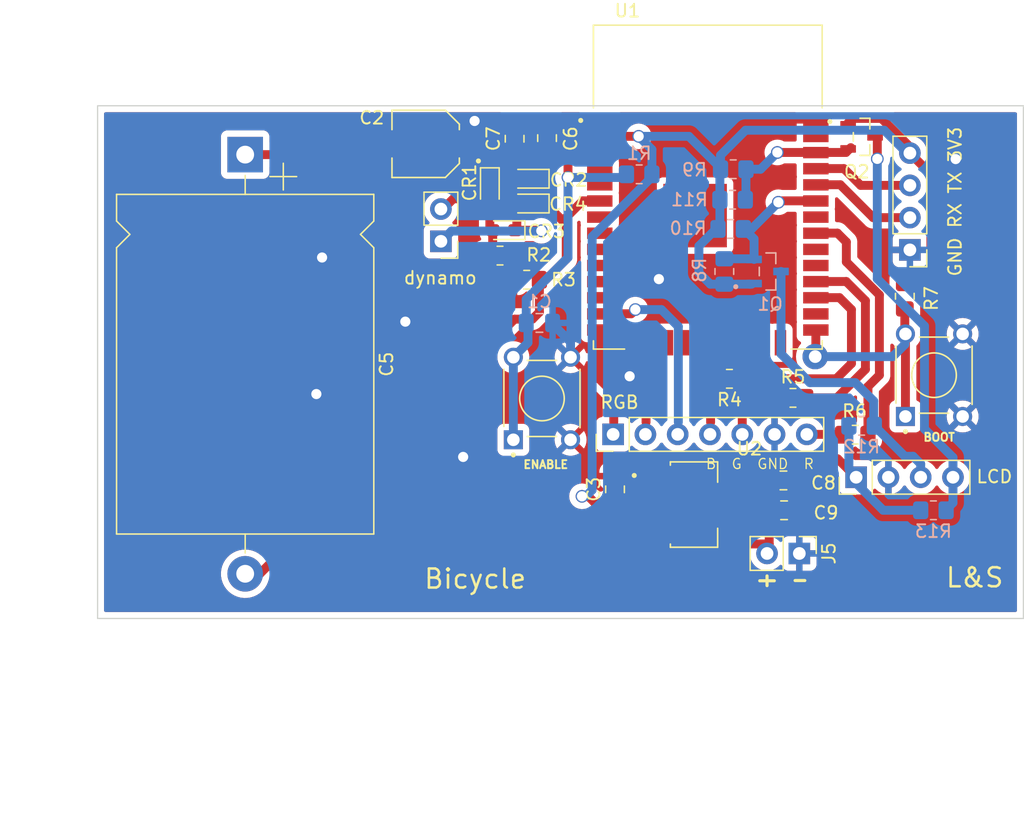
<source format=kicad_pcb>
(kicad_pcb (version 20211014) (generator pcbnew)
  (layers (0 "F.Cu" signal) (31 "B.Cu" signal) (34 "B.Paste" user) (35 "F.Paste" user) (36 "B.SilkS" user "B.Silkscreen") (37 "F.SilkS" user "F.Silkscreen") (38 "B.Mask" user) (39 "F.Mask" user) (44 "Edge.Cuts" user))
  (net 0 "")
  (net 1 "GND")
  (net 2 "Net-(C1-Pad2)")
  (net 3 "Net-(C5-Pad1)")
  (net 4 "Net-(C5-Pad2)")
  (net 5 "Net-(CR1-Pad1)")
  (net 6 "Net-(CR3-Pad1)")
  (net 7 "Net-(J1-Pad2)")
  (net 8 "Net-(J1-Pad3)")
  (net 9 "Net-(J3-Pad3)")
  (net 10 "Net-(J3-Pad4)")
  (net 11 "Net-(Q1-Pad2)")
  (net 33 "+3V3")
  (net 34 "Net-(R7-Pad2)")
  (net 35 "Net-(R4-Pad1)")
  (net 36 "Net-(R5-Pad1)")
  (net 37 "Net-(R6-Pad1)")
  (net 38 "Net-(Q2-Pad2)")
  (net 39 "Net-(C8-Pad2)")
  (net 40 "Net-(U1-Pad14)")
  (net 41 "Net-(U1-Pad16)")
  (net 42 "Net-(U1-Pad13)")
  (net 43 "Net-(R4-Pad2)")
  (net 44 "Net-(R5-Pad2)")
  (net 45 "Net-(R6-Pad2)")
  (footprint "Diode_SMD:D_0603_1608Metric_Pad1.05x0.95mm_HandSolder" (layer "F.Cu") (at 159.059 35.6808 -90)
    (fp_text reference "CR1" (at -0.5 1.6 90) (layer "F.SilkS"))
    (fp_text value "1N4148W-TP")
    (pad "1" smd roundrect (at -0.875 0 270) (size 1.05 0.95) (layers "F.Cu" "F.Paste" "F.Mask") (net 5 "Net-(CR1-Pad1)"))
    (pad "2" smd roundrect (at 0.875 0 270) (size 1.05 0.95) (layers "F.Cu" "F.Paste" "F.Mask") (net 3 "Net-(C5-Pad1)"))
  )
  (footprint "footprints:MODULE_ESP32-WROOM-32(8MB)" (layer "F.Cu") (at 176.209 35.5408)
    (fp_text reference "U1" (at -6.325 -13.885) (layer "F.SilkS"))
    (fp_text value "ESP32-WROOM-32E_(16MB)")
    (pad "1" smd rect locked (at -8.5 -5.26) (size 2 0.9) (layers "F.Cu" "F.Paste" "F.Mask") (net 1 "GND"))
    (pad "2" smd rect locked (at -8.5 -3.99) (size 2 0.9) (layers "F.Cu" "F.Paste" "F.Mask") (net 33 "+3V3"))
    (pad "3" smd rect locked (at -8.5 -2.72) (size 2 0.9) (layers "F.Cu" "F.Paste" "F.Mask") (net 2 "Net-(C1-Pad2)"))
    (pad "4" smd rect locked (at -8.5 -1.45) (size 2 0.9) (layers "F.Cu" "F.Paste" "F.Mask"))
    (pad "5" smd rect locked (at -8.5 -0.18) (size 2 0.9) (layers "F.Cu" "F.Paste" "F.Mask"))
    (pad "6" smd rect locked (at -8.5 1.09) (size 2 0.9) (layers "F.Cu" "F.Paste" "F.Mask") (net 4 "Net-(C5-Pad2)"))
    (pad "7" smd rect locked (at -8.5 2.36) (size 2 0.9) (layers "F.Cu" "F.Paste" "F.Mask"))
    (pad "8" smd rect locked (at -8.5 3.63) (size 2 0.9) (layers "F.Cu" "F.Paste" "F.Mask"))
    (pad "9" smd rect locked (at -8.5 4.9) (size 2 0.9) (layers "F.Cu" "F.Paste" "F.Mask"))
    (pad "10" smd rect locked (at -8.5 6.17) (size 2 0.9) (layers "F.Cu" "F.Paste" "F.Mask"))
    (pad "11" smd rect locked (at -8.5 7.44) (size 2 0.9) (layers "F.Cu" "F.Paste" "F.Mask"))
    (pad "12" smd rect locked (at -8.5 8.71) (size 2 0.9) (layers "F.Cu" "F.Paste" "F.Mask"))
    (pad "13" smd rect locked (at -8.5 9.98) (size 2 0.9) (layers "F.Cu" "F.Paste" "F.Mask") (net 42 "Net-(U1-Pad13)"))
    (pad "14" smd rect locked (at -8.5 11.25) (size 2 0.9) (layers "F.Cu" "F.Paste" "F.Mask") (net 40 "Net-(U1-Pad14)"))
    (pad "15" smd rect locked (at -5.715 12.25) (size 0.9 2) (layers "F.Cu" "F.Paste" "F.Mask") (net 1 "GND"))
    (pad "16" smd rect locked (at -4.445 12.25) (size 0.9 2) (layers "F.Cu" "F.Paste" "F.Mask") (net 41 "Net-(U1-Pad16)"))
    (pad "17" smd rect locked (at -3.175 12.25) (size 0.9 2) (layers "F.Cu" "F.Paste" "F.Mask"))
    (pad "18" smd rect locked (at -1.905 12.25) (size 0.9 2) (layers "F.Cu" "F.Paste" "F.Mask"))
    (pad "19" smd rect locked (at -0.635 12.25) (size 0.9 2) (layers "F.Cu" "F.Paste" "F.Mask"))
    (pad "20" smd rect locked (at 0.635 12.25) (size 0.9 2) (layers "F.Cu" "F.Paste" "F.Mask"))
    (pad "21" smd rect locked (at 1.905 12.25) (size 0.9 2) (layers "F.Cu" "F.Paste" "F.Mask"))
    (pad "22" smd rect locked (at 3.175 12.25) (size 0.9 2) (layers "F.Cu" "F.Paste" "F.Mask"))
    (pad "23" smd rect locked (at 4.445 12.25) (size 0.9 2) (layers "F.Cu" "F.Paste" "F.Mask"))
    (pad "24" smd rect locked (at 5.715 12.25) (size 0.9 2) (layers "F.Cu" "F.Paste" "F.Mask"))
    (pad "25" smd rect locked (at 8.5 11.25) (size 2 0.9) (layers "F.Cu" "F.Paste" "F.Mask") (net 34 "Net-(R7-Pad2)"))
    (pad "26" smd rect locked (at 8.5 9.98) (size 2 0.9) (layers "F.Cu" "F.Paste" "F.Mask"))
    (pad "27" smd rect locked (at 8.5 8.71) (size 2 0.9) (layers "F.Cu" "F.Paste" "F.Mask") (net 35 "Net-(R4-Pad1)"))
    (pad "28" smd rect locked (at 8.5 7.44) (size 2 0.9) (layers "F.Cu" "F.Paste" "F.Mask") (net 36 "Net-(R5-Pad1)"))
    (pad "29" smd rect locked (at 8.5 6.17) (size 2 0.9) (layers "F.Cu" "F.Paste" "F.Mask"))
    (pad "30" smd rect locked (at 8.5 4.9) (size 2 0.9) (layers "F.Cu" "F.Paste" "F.Mask"))
    (pad "31" smd rect locked (at 8.5 3.63) (size 2 0.9) (layers "F.Cu" "F.Paste" "F.Mask") (net 37 "Net-(R6-Pad1)"))
    (pad "32" smd rect locked (at 8.5 2.36) (size 2 0.9) (layers "F.Cu" "F.Paste" "F.Mask"))
    (pad "33" smd rect locked (at 8.5 1.09) (size 2 0.9) (layers "F.Cu" "F.Paste" "F.Mask") (net 11 "Net-(Q1-Pad2)"))
    (pad "34" smd rect locked (at 8.5 -0.18) (size 2 0.9) (layers "F.Cu" "F.Paste" "F.Mask") (net 7 "Net-(J1-Pad2)"))
    (pad "35" smd rect locked (at 8.5 -1.45) (size 2 0.9) (layers "F.Cu" "F.Paste" "F.Mask") (net 8 "Net-(J1-Pad3)"))
    (pad "36" smd rect locked (at 8.5 -2.72) (size 2 0.9) (layers "F.Cu" "F.Paste" "F.Mask") (net 38 "Net-(Q2-Pad2)"))
    (pad "37" smd rect locked (at 8.5 -3.99) (size 2 0.9) (layers "F.Cu" "F.Paste" "F.Mask"))
    (pad "38" smd rect locked (at 8.5 -5.26) (size 2 0.9) (layers "F.Cu" "F.Paste" "F.Mask") (net 1 "GND"))
    (pad "39" smd rect locked (at -1 2.24) (size 5 5) (layers "F.Cu" "F.Mask"))
    (zone (net 0) (net_name "") (layer "F.Cu") (connect_pads (clearance 0)) (min_thickness 0.01)
      (keepout (tracks not_allowed) (vias not_allowed) (pads not_allowed) (copperpour not_allowed) (footprints allowed))
      (fill (thermal_gap 0.508) (thermal_bridge_width 0.508))
      (polygon (pts (xy 167.209 22.7908) (xy 185.209 22.7908) (xy 185.209 29.0908) (xy 167.209 29.0908)))
    )
  )
  (footprint "2N7002:SOT95P240X111-3N" (layer "F.Cu") (at 188.309 31.5808)
    (fp_text reference "Q2" (at -0.375 2.75) (layer "F.SilkS"))
    (fp_text value "2N7002")
    (pad "1" smd roundrect locked (at -1.06 -0.95) (size 1.23 0.6) (layers "F.Cu" "F.Paste" "F.Mask") (roundrect_rratio 0.07) (net 33 "+3V3"))
    (pad "2" smd roundrect locked (at -1.06 0.95) (size 1.23 0.6) (layers "F.Cu" "F.Paste" "F.Mask") (roundrect_rratio 0.07) (net 38 "Net-(Q2-Pad2)"))
    (pad "3" smd roundrect locked (at 1.06 0) (size 1.23 0.6) (layers "F.Cu" "F.Paste" "F.Mask") (roundrect_rratio 0.07) (net 10 "Net-(J3-Pad4)"))
  )
  (footprint "Connector_PinHeader_2.54mm:PinHeader_1x04_P2.54mm_Vertical" (layer "F.Cu") (at 187.879 58.3808 90)
    (fp_text reference "LCD" (at 0.05 10.88 180) (layer "F.SilkS"))
    (fp_text value "282837-4")
    (pad "1" thru_hole rect (at 0 0 90) (size 1.7 1.7) (drill 1) (layers *.Cu *.Mask) (net 39 "Net-(C8-Pad2)"))
    (pad "2" thru_hole oval (at 0 2.54 90) (size 1.7 1.7) (drill 1) (layers *.Cu *.Mask) (net 1 "GND"))
    (pad "3" thru_hole oval (at 0 5.08 90) (size 1.7 1.7) (drill 1) (layers *.Cu *.Mask) (net 9 "Net-(J3-Pad3)"))
    (pad "4" thru_hole oval (at 0 7.62 90) (size 1.7 1.7) (drill 1) (layers *.Cu *.Mask) (net 10 "Net-(J3-Pad4)"))
  )
  (footprint "Capacitor_THT:CP_Axial_L26.5mm_D20.0mm_P33.00mm_Horizontal" (layer "F.Cu") (at 139.809 32.9808 -90)
    (fp_text reference "C5" (at 16.5 -11.12 90) (layer "F.SilkS"))
    (fp_text value "1000µ")
    (pad "1" thru_hole rect (at 0 0 270) (size 2.8 2.8) (drill 1.4) (layers *.Cu *.Mask) (net 3 "Net-(C5-Pad1)"))
    (pad "2" thru_hole oval (at 33 0 270) (size 2.8 2.8) (drill 1.4) (layers *.Cu *.Mask) (net 4 "Net-(C5-Pad2)"))
  )
  (footprint "libraries:SOT229P700X180-4N" (layer "F.Cu") (at 175.123 60.5308)
    (fp_text reference "U2" (at 4.36161 -4.39024) (layer "F.SilkS") (effects (font (size 1.001528 1.001528))))
    (fp_text value "AMS1117")
    (pad "1" smd roundrect locked (at -3.345 -2.29 270) (size 0.93 1.31) (layers "F.Cu" "F.Paste" "F.Mask") (roundrect_rratio 0.1) (net 1 "GND"))
    (pad "2" smd roundrect locked (at -3.345 0 270) (size 0.93 1.31) (layers "F.Cu" "F.Paste" "F.Mask") (roundrect_rratio 0.1) (net 33 "+3V3"))
    (pad "3" smd roundrect locked (at -3.345 2.29 270) (size 0.93 1.31) (layers "F.Cu" "F.Paste" "F.Mask") (roundrect_rratio 0.1) (net 39 "Net-(C8-Pad2)"))
    (pad "4" smd roundrect locked (at 3.345 0 270) (size 3.24 1.31) (layers "F.Cu" "F.Paste" "F.Mask") (roundrect_rratio 0.1) (net 33 "+3V3"))
  )
  (footprint "Resistor_SMD:R_0805_2012Metric_Pad1.20x1.40mm_HandSolder" (layer "F.Cu") (at 187.809 55.0308 180)
    (fp_text reference "R6" (at 0.05 1.85) (layer "F.SilkS"))
    (fp_text value "82")
    (pad "1" smd roundrect (at -1 0 180) (size 1.2 1.4) (layers "F.Cu" "F.Paste" "F.Mask") (roundrect_rratio 0.2083333333) (net 37 "Net-(R6-Pad1)"))
    (pad "2" smd roundrect (at 1 0 180) (size 1.2 1.4) (layers "F.Cu" "F.Paste" "F.Mask") (roundrect_rratio 0.2083333333) (net 45 "Net-(R6-Pad2)"))
  )
  (footprint "Capacitor_SMD:C_0805_2012Metric_Pad1.18x1.45mm_HandSolder" (layer "F.Cu") (at 182.209 60.9808)
    (fp_text reference "C9" (at 3.3 0.2) (layer "F.SilkS"))
    (fp_text value "4.7u")
    (pad "1" smd roundrect (at -1.0375 0) (size 1.175 1.45) (layers "F.Cu" "F.Paste" "F.Mask") (roundrect_rratio 0.2127659574) (net 39 "Net-(C8-Pad2)"))
    (pad "2" smd roundrect (at 1.0375 0) (size 1.175 1.45) (layers "F.Cu" "F.Paste" "F.Mask") (roundrect_rratio 0.2127659574) (net 1 "GND"))
  )
  (footprint "libraries:CAP_EEE0JA101WR" (layer "F.Cu") (at 154.009 32.1308 180)
    (fp_text reference "C2" (at 4.2375 2.05) (layer "F.SilkS"))
    (fp_text value "220u")
    (pad "1" smd rect locked (at -2.15 0 180) (size 2.8 1.6) (layers "F.Cu" "F.Paste" "F.Mask") (net 33 "+3V3"))
    (pad "2" smd rect locked (at 2.15 0 180) (size 2.8 1.6) (layers "F.Cu" "F.Paste" "F.Mask") (net 1 "GND"))
  )
  (footprint "Connector_PinHeader_2.54mm:PinHeader_1x02_P2.54mm_Vertical" (layer "F.Cu") (at 155.209 39.8058 180)
    (fp_text reference "J4")
    (fp_text value "282841-2")
    (pad "1" thru_hole rect (at 0 0 180) (size 1.7 1.7) (drill 1) (layers *.Cu *.Mask) (net 6 "Net-(CR3-Pad1)"))
    (pad "2" thru_hole oval (at 0 2.54 180) (size 1.7 1.7) (drill 1) (layers *.Cu *.Mask) (net 5 "Net-(CR1-Pad1)"))
  )
  (footprint "Diode_SMD:D_0603_1608Metric_Pad1.05x0.95mm_HandSolder" (layer "F.Cu") (at 162.059 36.8308 180)
    (fp_text reference "CR4" (at -3.15 -0.05) (layer "F.SilkS"))
    (fp_text value "1N4148W-TP")
    (pad "1" smd roundrect (at -0.875 0 180) (size 1.05 0.95) (layers "F.Cu" "F.Paste" "F.Mask") (net 4 "Net-(C5-Pad2)"))
    (pad "2" smd roundrect (at 0.875 0 180) (size 1.05 0.95) (layers "F.Cu" "F.Paste" "F.Mask") (net 6 "Net-(CR3-Pad1)"))
  )
  (footprint "Capacitor_SMD:C_0805_2012Metric_Pad1.18x1.45mm_HandSolder" (layer "F.Cu") (at 168.909 59.3308 90)
    (fp_text reference "C3" (at 0 -1.68 90) (layer "F.SilkS"))
    (fp_text value "22u")
    (pad "1" smd roundrect (at -1.0375 0 90) (size 1.175 1.45) (layers "F.Cu" "F.Paste" "F.Mask") (roundrect_rratio 0.2127659574) (net 33 "+3V3"))
    (pad "2" smd roundrect (at 1.0375 0 90) (size 1.175 1.45) (layers "F.Cu" "F.Paste" "F.Mask") (roundrect_rratio 0.2127659574) (net 1 "GND"))
  )
  (footprint "Connector_PinHeader_2.54mm:PinHeader_1x02_P2.54mm_Vertical" (layer "F.Cu") (at 183.409 64.3808 -90)
    (fp_text reference "J5" (at 0 -2.33 90) (layer "F.SilkS"))
    (fp_text value "282841-2")
    (pad "1" thru_hole rect (at 0 0 270) (size 1.7 1.7) (drill 1) (layers *.Cu *.Mask) (net 1 "GND"))
    (pad "2" thru_hole oval (at 0 2.54 270) (size 1.7 1.7) (drill 1) (layers *.Cu *.Mask) (net 39 "Net-(C8-Pad2)"))
  )
  (footprint "Capacitor_SMD:C_0805_2012Metric_Pad1.18x1.45mm_HandSolder" (layer "F.Cu") (at 161.009 31.7308 90)
    (fp_text reference "C7" (at 0 -1.68 90) (layer "F.SilkS"))
    (fp_text value "4.7u")
    (pad "1" smd roundrect (at -1.0375 0 90) (size 1.175 1.45) (layers "F.Cu" "F.Paste" "F.Mask") (roundrect_rratio 0.2127659574) (net 33 "+3V3"))
    (pad "2" smd roundrect (at 1.0375 0 90) (size 1.175 1.45) (layers "F.Cu" "F.Paste" "F.Mask") (roundrect_rratio 0.2127659574) (net 1 "GND"))
  )
  (footprint "Capacitor_SMD:C_0805_2012Metric_Pad1.18x1.45mm_HandSolder" (layer "F.Cu") (at 182.159 58.6308 180)
    (fp_text reference "C8" (at -3.15 -0.2) (layer "F.SilkS"))
    (fp_text value "0.1u")
    (pad "1" smd roundrect (at -1.0375 0 180) (size 1.175 1.45) (layers "F.Cu" "F.Paste" "F.Mask") (roundrect_rratio 0.2127659574) (net 1 "GND"))
    (pad "2" smd roundrect (at 1.0375 0 180) (size 1.175 1.45) (layers "F.Cu" "F.Paste" "F.Mask") (roundrect_rratio 0.2127659574) (net 39 "Net-(C8-Pad2)"))
  )
  (footprint "Resistor_SMD:R_0805_2012Metric_Pad1.20x1.40mm_HandSolder" (layer "F.Cu") (at 191.709 44.1308 -90)
    (fp_text reference "R7" (at 0.1778 -2.0818 90) (layer "F.SilkS"))
    (fp_text value "10k")
    (pad "1" smd roundrect (at -1 0 270) (size 1.2 1.4) (layers "F.Cu" "F.Paste" "F.Mask") (roundrect_rratio 0.2083333333) (net 33 "+3V3"))
    (pad "2" smd roundrect (at 1 0 270) (size 1.2 1.4) (layers "F.Cu" "F.Paste" "F.Mask") (roundrect_rratio 0.2083333333) (net 34 "Net-(R7-Pad2)"))
  )
  (footprint "Resistor_SMD:R_0805_2012Metric_Pad1.20x1.40mm_HandSolder" (layer "F.Cu") (at 182.909 52.1308 180)
    (fp_text reference "R5" (at 0 1.65) (layer "F.SilkS"))
    (fp_text value "82")
    (pad "1" smd roundrect (at -1 0 180) (size 1.2 1.4) (layers "F.Cu" "F.Paste" "F.Mask") (roundrect_rratio 0.2083333333) (net 36 "Net-(R5-Pad1)"))
    (pad "2" smd roundrect (at 1 0 180) (size 1.2 1.4) (layers "F.Cu" "F.Paste" "F.Mask") (roundrect_rratio 0.2083333333) (net 44 "Net-(R5-Pad2)"))
  )
  (footprint "Resistor_SMD:R_0805_2012Metric_Pad1.20x1.40mm_HandSolder" (layer "F.Cu") (at 161.959 42.8308)
    (fp_text reference "R3" (at 2.9 0) (layer "F.SilkS"))
    (fp_text value "120")
    (pad "1" smd roundrect (at -1 0) (size 1.2 1.4) (layers "F.Cu" "F.Paste" "F.Mask") (roundrect_rratio 0.2083333333) (net 1 "GND"))
    (pad "2" smd roundrect (at 1 0) (size 1.2 1.4) (layers "F.Cu" "F.Paste" "F.Mask") (roundrect_rratio 0.2083333333) (net 4 "Net-(C5-Pad2)"))
  )
  (footprint "Diode_SMD:D_0603_1608Metric_Pad1.05x0.95mm_HandSolder" (layer "F.Cu") (at 160.159 38.9308 180)
    (fp_text reference "CR3" (at -3.35 -0.1) (layer "F.SilkS"))
    (fp_text value "1N4148W-TP")
    (pad "1" smd roundrect (at -0.875 0 180) (size 1.05 0.95) (layers "F.Cu" "F.Paste" "F.Mask") (net 6 "Net-(CR3-Pad1)"))
    (pad "2" smd roundrect (at 0.875 0 180) (size 1.05 0.95) (layers "F.Cu" "F.Paste" "F.Mask") (net 3 "Net-(C5-Pad1)"))
  )
  (footprint "libraries:SW_1825910-6-4" (layer "F.Cu") (at 194.009 50.3458 90)
    (fp_text reference "SW2")
    (fp_text value "BOOT" (at -4.885 0.4) (layer "F.SilkS") (effects (font (size 0.629966 0.629966))))
    (pad "1" thru_hole rect locked (at -3.25 -2.25 90) (size 1.498 1.498) (drill 0.99) (layers *.Cu *.Mask) (net 34 "Net-(R7-Pad2)"))
    (pad "2" thru_hole circle locked (at 3.25 -2.25 90) (size 1.498 1.498) (drill 0.99) (layers *.Cu *.Mask) (net 34 "Net-(R7-Pad2)"))
    (pad "3" thru_hole circle locked (at -3.25 2.25 90) (size 1.498 1.498) (drill 0.99) (layers *.Cu *.Mask) (net 1 "GND"))
    (pad "4" thru_hole circle locked (at 3.25 2.25 90) (size 1.498 1.498) (drill 0.99) (layers *.Cu *.Mask) (net 1 "GND"))
  )
  (footprint "Resistor_SMD:R_0805_2012Metric_Pad1.20x1.40mm_HandSolder" (layer "F.Cu") (at 177.909 50.6308 180)
    (fp_text reference "R4" (at 0 -1.65) (layer "F.SilkS"))
    (fp_text value "82")
    (pad "1" smd roundrect (at -1 0 180) (size 1.2 1.4) (layers "F.Cu" "F.Paste" "F.Mask") (roundrect_rratio 0.2083333333) (net 35 "Net-(R4-Pad1)"))
    (pad "2" smd roundrect (at 1 0 180) (size 1.2 1.4) (layers "F.Cu" "F.Paste" "F.Mask") (roundrect_rratio 0.2083333333) (net 43 "Net-(R4-Pad2)"))
  )
  (footprint "Resistor_SMD:R_0805_2012Metric_Pad1.20x1.40mm_HandSolder" (layer "F.Cu") (at 159.859 40.9308)
    (fp_text reference "R2" (at 3.05 -0.05) (layer "F.SilkS"))
    (fp_text value "560")
    (pad "1" smd roundrect (at -1 0) (size 1.2 1.4) (layers "F.Cu" "F.Paste" "F.Mask") (roundrect_rratio 0.2083333333) (net 3 "Net-(C5-Pad1)"))
    (pad "2" smd roundrect (at 1 0) (size 1.2 1.4) (layers "F.Cu" "F.Paste" "F.Mask") (roundrect_rratio 0.2083333333) (net 1 "GND"))
  )
  (footprint "Diode_SMD:D_0603_1608Metric_Pad1.05x0.95mm_HandSolder" (layer "F.Cu") (at 162.059 34.8808 180)
    (fp_text reference "CR2" (at -3.2 -0.1) (layer "F.SilkS"))
    (fp_text value "1N4148W-TP")
    (pad "1" smd roundrect (at -0.875 0 180) (size 1.05 0.95) (layers "F.Cu" "F.Paste" "F.Mask") (net 4 "Net-(C5-Pad2)"))
    (pad "2" smd roundrect (at 0.875 0 180) (size 1.05 0.95) (layers "F.Cu" "F.Paste" "F.Mask") (net 5 "Net-(CR1-Pad1)"))
  )
  (footprint "Capacitor_SMD:C_0805_2012Metric_Pad1.18x1.45mm_HandSolder" (layer "F.Cu") (at 163.559 31.6808 90)
    (fp_text reference "C6" (at -0.05 1.85 90) (layer "F.SilkS"))
    (fp_text value "0.1u")
    (pad "1" smd roundrect (at -1.0375 0 90) (size 1.175 1.45) (layers "F.Cu" "F.Paste" "F.Mask") (roundrect_rratio 0.2127659574) (net 33 "+3V3"))
    (pad "2" smd roundrect (at 1.0375 0 90) (size 1.175 1.45) (layers "F.Cu" "F.Paste" "F.Mask") (roundrect_rratio 0.2127659574) (net 1 "GND"))
  )
  (footprint "Connector_PinHeader_2.54mm:PinHeader_1x04_P2.54mm_Vertical" (layer "F.Cu") (at 192.109 40.4808 180)
    (fp_text reference "J1")
    (fp_text value "Conn_01x04_Female")
    (pad "1" thru_hole rect (at 0 0 180) (size 1.7 1.7) (drill 1) (layers *.Cu *.Mask) (net 1 "GND"))
    (pad "2" thru_hole oval (at 0 2.54 180) (size 1.7 1.7) (drill 1) (layers *.Cu *.Mask) (net 7 "Net-(J1-Pad2)"))
    (pad "3" thru_hole oval (at 0 5.08 180) (size 1.7 1.7) (drill 1) (layers *.Cu *.Mask) (net 8 "Net-(J1-Pad3)"))
    (pad "4" thru_hole oval (at 0 7.62 180) (size 1.7 1.7) (drill 1) (layers *.Cu *.Mask) (net 33 "+3V3"))
  )
  (footprint "libraries:SW_1825910-6-4" (layer "F.Cu") (at 163.159 52.1808 90)
    (fp_text reference "SW1")
    (fp_text value "ENABLE" (at -5.2 0.3 180) (layer "F.SilkS") (effects (font (size 0.629966 0.629966))))
    (pad "1" thru_hole rect locked (at -3.25 -2.25 90) (size 1.498 1.498) (drill 0.99) (layers *.Cu *.Mask) (net 2 "Net-(C1-Pad2)"))
    (pad "2" thru_hole circle locked (at 3.25 -2.25 90) (size 1.498 1.498) (drill 0.99) (layers *.Cu *.Mask) (net 2 "Net-(C1-Pad2)"))
    (pad "3" thru_hole circle locked (at -3.25 2.25 90) (size 1.498 1.498) (drill 0.99) (layers *.Cu *.Mask) (net 1 "GND"))
    (pad "4" thru_hole circle locked (at 3.25 2.25 90) (size 1.498 1.498) (drill 0.99) (layers *.Cu *.Mask) (net 1 "GND"))
  )
  (footprint "Connector_PinHeader_2.54mm:PinHeader_1x07_P2.54mm_Vertical" (layer "F.Cu") (at 168.759 55.0058 90)
    (fp_text reference "RGB" (at 2.525 0.5 180) (layer "F.SilkS"))
    (fp_text value "Conn_01x07_Male")
    (pad "1" thru_hole rect (at 0 0 90) (size 1.7 1.7) (drill 1) (layers *.Cu *.Mask) (net 40 "Net-(U1-Pad14)"))
    (pad "2" thru_hole oval (at 0 2.54 90) (size 1.7 1.7) (drill 1) (layers *.Cu *.Mask) (net 41 "Net-(U1-Pad16)"))
    (pad "3" thru_hole oval (at 0 5.08 90) (size 1.7 1.7) (drill 1) (layers *.Cu *.Mask) (net 42 "Net-(U1-Pad13)"))
    (pad "4" thru_hole oval (at 0 7.62 90) (size 1.7 1.7) (drill 1) (layers *.Cu *.Mask) (net 43 "Net-(R4-Pad2)"))
    (pad "5" thru_hole oval (at 0 10.16 90) (size 1.7 1.7) (drill 1) (layers *.Cu *.Mask) (net 44 "Net-(R5-Pad2)"))
    (pad "6" thru_hole oval (at 0 12.7 90) (size 1.7 1.7) (drill 1) (layers *.Cu *.Mask) (net 1 "GND"))
    (pad "7" thru_hole oval (at 0 15.24 90) (size 1.7 1.7) (drill 1) (layers *.Cu *.Mask) (net 45 "Net-(R6-Pad2)"))
  )
  (footprint "Resistor_SMD:R_0805_2012Metric_Pad1.20x1.40mm_HandSolder" (layer "B.Cu") (at 177.509 42.1808 90)
    (fp_text reference "R8" (at 0.1 -1.95 90) (layer "B.SilkS") (effects (justify mirror)))
    (fp_text value "10k")
    (pad "1" smd roundrect (at -1 0 90) (size 1.2 1.4) (layers "B.Cu" "B.Paste" "B.Mask") (roundrect_rratio 0.2083333333) (net 33 "+3V3"))
    (pad "2" smd roundrect (at 1 0 90) (size 1.2 1.4) (layers "B.Cu" "B.Paste" "B.Mask") (roundrect_rratio 0.2083333333) (net 11 "Net-(Q1-Pad2)"))
  )
  (footprint "Resistor_SMD:R_0805_2012Metric_Pad1.20x1.40mm_HandSolder" (layer "B.Cu") (at 178.209 34.1308)
    (fp_text reference "R9" (at -3.05 0.05) (layer "B.SilkS") (effects (justify mirror)))
    (fp_text value "10k")
    (pad "1" smd roundrect (at -1 0) (size 1.2 1.4) (layers "B.Cu" "B.Paste" "B.Mask") (roundrect_rratio 0.2083333333) (net 33 "+3V3"))
    (pad "2" smd roundrect (at 1 0) (size 1.2 1.4) (layers "B.Cu" "B.Paste" "B.Mask") (roundrect_rratio 0.2083333333) (net 38 "Net-(Q2-Pad2)"))
  )
  (footprint "Resistor_SMD:R_0805_2012Metric_Pad1.20x1.40mm_HandSolder" (layer "B.Cu") (at 188.309 54.3308)
    (fp_text reference "R12" (at 0 1.65) (layer "B.SilkS") (effects (justify mirror)))
    (fp_text value "10k")
    (pad "1" smd roundrect (at -1 0) (size 1.2 1.4) (layers "B.Cu" "B.Paste" "B.Mask") (roundrect_rratio 0.2083333333) (net 39 "Net-(C8-Pad2)"))
    (pad "2" smd roundrect (at 1 0) (size 1.2 1.4) (layers "B.Cu" "B.Paste" "B.Mask") (roundrect_rratio 0.2083333333) (net 9 "Net-(J3-Pad3)"))
  )
  (footprint "Capacitor_SMD:C_0805_2012Metric_Pad1.18x1.45mm_HandSolder" (layer "B.Cu") (at 162.959 46.2308 180)
    (fp_text reference "C1" (at 0 1.68) (layer "B.SilkS") (effects (justify mirror)))
    (fp_text value "1u")
    (pad "1" smd roundrect (at -1.0375 0 180) (size 1.175 1.45) (layers "B.Cu" "B.Paste" "B.Mask") (roundrect_rratio 0.2127659574) (net 1 "GND"))
    (pad "2" smd roundrect (at 1.0375 0 180) (size 1.175 1.45) (layers "B.Cu" "B.Paste" "B.Mask") (roundrect_rratio 0.2127659574) (net 2 "Net-(C1-Pad2)"))
  )
  (footprint "Resistor_SMD:R_0805_2012Metric_Pad1.20x1.40mm_HandSolder" (layer "B.Cu") (at 178.009 38.8308)
    (fp_text reference "R10" (at -3.35 -0.05) (layer "B.SilkS") (effects (justify mirror)))
    (fp_text value "10k")
    (pad "1" smd roundrect (at -1 0) (size 1.2 1.4) (layers "B.Cu" "B.Paste" "B.Mask") (roundrect_rratio 0.2083333333) (net 33 "+3V3"))
    (pad "2" smd roundrect (at 1 0) (size 1.2 1.4) (layers "B.Cu" "B.Paste" "B.Mask") (roundrect_rratio 0.2083333333) (net 11 "Net-(Q1-Pad2)"))
  )
  (footprint "Resistor_SMD:R_0805_2012Metric_Pad1.20x1.40mm_HandSolder" (layer "B.Cu") (at 170.809 34.5308 180)
    (fp_text reference "R1" (at 0 1.65) (layer "B.SilkS") (effects (justify mirror)))
    (fp_text value "10k")
    (pad "1" smd roundrect (at -1 0 180) (size 1.2 1.4) (layers "B.Cu" "B.Paste" "B.Mask") (roundrect_rratio 0.2083333333) (net 33 "+3V3"))
    (pad "2" smd roundrect (at 1 0 180) (size 1.2 1.4) (layers "B.Cu" "B.Paste" "B.Mask") (roundrect_rratio 0.2083333333) (net 2 "Net-(C1-Pad2)"))
  )
  (footprint "2N7002:SOT95P240X111-3N" (layer "B.Cu") (at 180.909 42.1808)
    (fp_text reference "Q1" (at 0.2 2.5682) (layer "B.SilkS") (effects (justify mirror)))
    (fp_text value "2N7002")
    (pad "1" smd roundrect locked (at -1.06 0.95) (size 1.23 0.6) (layers "B.Cu" "B.Paste" "B.Mask") (roundrect_rratio 0.07) (net 33 "+3V3"))
    (pad "2" smd roundrect locked (at -1.06 -0.95) (size 1.23 0.6) (layers "B.Cu" "B.Paste" "B.Mask") (roundrect_rratio 0.07) (net 11 "Net-(Q1-Pad2)"))
    (pad "3" smd roundrect locked (at 1.06 0) (size 1.23 0.6) (layers "B.Cu" "B.Paste" "B.Mask") (roundrect_rratio 0.07) (net 9 "Net-(J3-Pad3)"))
  )
  (footprint "Resistor_SMD:R_0805_2012Metric_Pad1.20x1.40mm_HandSolder" (layer "B.Cu") (at 193.959 60.9808)
    (fp_text reference "R13" (at 0 1.65) (layer "B.SilkS") (effects (justify mirror)))
    (fp_text value "10k")
    (pad "1" smd roundrect (at -1 0) (size 1.2 1.4) (layers "B.Cu" "B.Paste" "B.Mask") (roundrect_rratio 0.2083333333) (net 39 "Net-(C8-Pad2)"))
    (pad "2" smd roundrect (at 1 0) (size 1.2 1.4) (layers "B.Cu" "B.Paste" "B.Mask") (roundrect_rratio 0.2083333333) (net 10 "Net-(J3-Pad4)"))
  )
  (footprint "Resistor_SMD:R_0805_2012Metric_Pad1.20x1.40mm_HandSolder" (layer "B.Cu") (at 178.159 36.5308)
    (fp_text reference "R11" (at -3.4 0) (layer "B.SilkS") (effects (justify mirror)))
    (fp_text value "10k")
    (pad "1" smd roundrect (at -1 0) (size 1.2 1.4) (layers "B.Cu" "B.Paste" "B.Mask") (roundrect_rratio 0.2083333333) (net 33 "+3V3"))
    (pad "2" smd roundrect (at 1 0) (size 1.2 1.4) (layers "B.Cu" "B.Paste" "B.Mask") (roundrect_rratio 0.2083333333) (net 38 "Net-(Q2-Pad2)"))
  )
  (gr_rect (start 128.196 29.1338) (end 201.041 69.5012) (layer "Edge.Cuts") (width 0.1) (fill none))
  (gr_text "dynamo" (at 155.159 42.6808) (layer "F.SilkS") (effects (font (size 1 1))))
  (gr_text "Bicycle\n" (at 157.909 66.3808) (layer "F.SilkS") (effects (font (size 1.5 1.5) (thickness 0.2))))
  (gr_text "L&S" (at 197.209 66.2808) (layer "F.SilkS") (effects (font (size 1.5 1.5) (thickness 0.2))))
  (gr_text "GND RX TX 3V3" (at 195.659 36.6808 90) (layer "F.SilkS") (effects (font (size 1 1))))
  (gr_text "B  G  GND  R" (at 180.309 57.3308) (layer "F.SilkS") (effects (font (size 0.8 0.8) (thickness 0.1))))
  (gr_text "-\n" (at 183.459 66.5808 180) (layer "F.SilkS") (effects (font (size 1 1) (thickness 0.25))))
  (gr_text "+" (at 180.759 66.5308 90) (layer "F.SilkS") (effects (font (size 1.5 1) (thickness 0.25))))
  (segment (start 161.009 30.6933) (end 163.3965 30.6933) (width 0.7) (layer "F.Cu") (net 1))
  (segment (start 163.3965 30.6933) (end 163.559 30.5308) (width 0.7) (layer "F.Cu") (net 1))
  (via (at 170.059 50.4308) (size 1) (drill 0.8) (layers "F.Cu" "B.Cu") (net 1))
  (via (at 145.409 51.8308) (size 1) (drill 0.8) (layers "F.Cu" "B.Cu") (net 1))
  (via (at 145.859 41.0808) (size 1) (drill 0.8) (layers "F.Cu" "B.Cu") (net 1))
  (via (at 172.359 42.7808) (size 1) (drill 0.8) (layers "F.Cu" "B.Cu") (net 1))
  (via (at 152.409 46.1308) (size 1) (drill 0.8) (layers "F.Cu" "B.Cu") (net 1))
  (via (at 156.959 56.7808) (size 1) (drill 0.8) (layers "F.Cu" "B.Cu") (net 1))
  (via (at 195.709 33.3308) (size 1) (drill 0.8) (layers "F.Cu" "B.Cu") (net 1))
  (via (at 157.859 30.3308) (size 1) (drill 0.8) (layers "F.Cu" "B.Cu") (net 1))
  (segment (start 165.409 47.7308) (end 163.909 46.2308) (width 0.7) (layer "B.Cu") (net 1))
  (segment (start 165.409 48.9308) (end 165.409 47.7308) (width 0.7) (layer "B.Cu") (net 1))
  (segment (start 165.209 33.6108) (end 165.209 34.7808) (width 0.7) (layer "F.Cu") (net 2))
  (segment (start 167.709 32.8108) (end 166.009 32.8108) (width 0.7) (layer "F.Cu") (net 2))
  (segment (start 166.009 32.8108) (end 165.209 33.6108) (width 0.7) (layer "F.Cu") (net 2))
  (via (at 165.209 34.7808) (size 1) (drill 0.8) (layers "F.Cu" "B.Cu") (net 2))
  (segment (start 162.059 47.7808) (end 162.059 46.4808) (width 0.7) (layer "B.Cu") (net 2))
  (segment (start 161.9215 46.2308) (end 161.9215 44.3683) (width 0.7) (layer "B.Cu") (net 2))
  (segment (start 162.059 46.4808) (end 161.959 46.3808) (width 0.7) (layer "B.Cu") (net 2))
  (segment (start 160.909 48.9308) (end 162.059 47.7808) (width 0.7) (layer "B.Cu") (net 2))
  (segment (start 165.209 41.0808) (end 165.209 34.7808) (width 0.7) (layer "B.Cu") (net 2))
  (segment (start 169.559 34.7808) (end 169.959 34.3808) (width 0.7) (layer "B.Cu") (net 2))
  (segment (start 160.909 48.9308) (end 160.909 55.3808) (width 0.7) (layer "B.Cu") (net 2))
  (segment (start 160.909 55.3808) (end 160.759 55.5308) (width 0.7) (layer "B.Cu") (net 2))
  (segment (start 165.209 34.7808) (end 169.559 34.7808) (width 0.7) (layer "B.Cu") (net 2))
  (segment (start 161.9215 44.3683) (end 165.209 41.0808) (width 0.7) (layer "B.Cu") (net 2))
  (segment (start 152.409 38.6808) (end 152.409 42.0308) (width 0.7) (layer "F.Cu") (net 3))
  (segment (start 159.284 40.4558) (end 158.959 40.7808) (width 0.7) (layer "F.Cu") (net 3))
  (segment (start 139.809 32.9808) (end 146.709 32.9808) (width 0.7) (layer "F.Cu") (net 3))
  (segment (start 153.109 42.7308) (end 157.109 42.7308) (width 0.7) (layer "F.Cu") (net 3))
  (segment (start 159.059 38.7308) (end 159.259 38.9308) (width 0.7) (layer "F.Cu") (net 3))
  (segment (start 158.859 40.9808) (end 158.859 40.9308) (width 0.7) (layer "F.Cu") (net 3))
  (segment (start 146.709 32.9808) (end 152.409 38.6808) (width 0.7) (layer "F.Cu") (net 3))
  (segment (start 159.059 36.5558) (end 159.059 38.7308) (width 0.7) (layer "F.Cu") (net 3))
  (segment (start 157.109 42.7308) (end 158.859 40.9808) (width 0.7) (layer "F.Cu") (net 3))
  (segment (start 152.409 42.0308) (end 153.109 42.7308) (width 0.7) (layer "F.Cu") (net 3))
  (segment (start 159.284 38.9308) (end 159.284 40.4558) (width 0.7) (layer "F.Cu") (net 3))
  (segment (start 166.369 36.6208) (end 164.796091 38.193709) (width 0.7) (layer "F.Cu") (net 4))
  (segment (start 162.959 42.8308) (end 163.459 42.8308) (width 0.7) (layer "F.Cu") (net 4))
  (segment (start 162.959 42.8308) (end 162.959 45.3808) (width 0.7) (layer "F.Cu") (net 4))
  (segment (start 139.809 65.9808) (end 140.959 65.9808) (width 0.7) (layer "F.Cu") (net 4))
  (segment (start 162.934 34.8808) (end 162.934 36.5558) (width 0.7) (layer "F.Cu") (net 4))
  (segment (start 162.934 36.8308) (end 163.073511 36.691289) (width 0.7) (layer "F.Cu") (net 4))
  (segment (start 162.959 45.3808) (end 162.409 45.9308) (width 0.7) (layer "F.Cu") (net 4))
  (segment (start 140.959 65.9808) (end 161.009 45.9308) (width 0.7) (layer "F.Cu") (net 4))
  (segment (start 161.009 45.9308) (end 162.409 45.9308) (width 0.7) (layer "F.Cu") (net 4))
  (segment (start 167.709 36.6208) (end 166.369 36.6208) (width 0.7) (layer "F.Cu") (net 4))
  (segment (start 162.934 36.8308) (end 163.433183 36.8308) (width 0.7) (layer "F.Cu") (net 4))
  (segment (start 163.433183 36.8308) (end 165.069489 38.467106) (width 0.7) (layer "F.Cu") (net 4))
  (segment (start 163.459 42.8308) (end 165.069489 41.220311) (width 0.7) (layer "F.Cu") (net 4))
  (segment (start 165.069489 38.467106) (end 165.069489 41.220311) (width 0.7) (layer "F.Cu") (net 4))
  (segment (start 162.934 36.5558) (end 163.059 36.6808) (width 0.7) (layer "F.Cu") (net 4))
  (segment (start 156.409 35.9308) (end 156.409 36.2308) (width 0.7) (layer "F.Cu") (net 5))
  (segment (start 156.409 35.3308) (end 156.409 35.9308) (width 0.7) (layer "F.Cu") (net 5))
  (segment (start 155.409 37.2308) (end 155.309 37.2308) (width 0.7) (layer "F.Cu") (net 5))
  (segment (start 159.059 34.8058) (end 156.934 34.8058) (width 0.7) (layer "F.Cu") (net 5))
  (segment (start 156.934 34.8058) (end 156.409 35.3308) (width 0.7) (layer "F.Cu") (net 5))
  (segment (start 161.184 34.8808) (end 159.209 34.8808) (width 0.7) (layer "F.Cu") (net 5))
  (segment (start 159.209 34.8808) (end 159.009 34.6808) (width 0.7) (layer "F.Cu") (net 5))
  (segment (start 156.409 36.2308) (end 155.409 37.2308) (width 0.7) (layer "F.Cu") (net 5))
  (segment (start 156.409 35.9308) (end 156.409 36.4608) (width 0.7) (layer "F.Cu") (net 5))
  (segment (start 163.059 38.9308) (end 163.109 38.9808) (width 0.7) (layer "F.Cu") (net 6))
  (segment (start 161.034 38.9308) (end 163.059 38.9308) (width 0.7) (layer "F.Cu") (net 6))
  (segment (start 161.184 36.8308) (end 161.184 38.6558) (width 0.7) (layer "F.Cu") (net 6))
  (segment (start 161.184 38.6558) (end 161.109 38.7308) (width 0.7) (layer "F.Cu") (net 6))
  (via (at 163.109 38.9808) (size 1) (drill 0.8) (layers "F.Cu" "B.Cu") (net 6))
  (segment (start 156.039 39.0008) (end 155.309 39.7308) (width 0.7) (layer "B.Cu") (net 6))
  (segment (start 163.089 39.0008) (end 156.039 39.0008) (width 0.7) (layer "B.Cu") (net 6))
  (segment (start 163.109 38.9808) (end 163.089 39.0008) (width 0.7) (layer "B.Cu") (net 6))
  (segment (start 192.109 37.9408) (end 189.219 37.9408) (width 0.7) (layer "F.Cu") (net 7))
  (segment (start 184.709 35.3508) (end 186.629 35.3508) (width 0.7) (layer "F.Cu") (net 7))
  (segment (start 189.219 37.9408) (end 186.629 35.3508) (width 0.7) (layer "F.Cu") (net 7))
  (segment (start 192.189 35.4008) (end 192.259 35.3308) (width 0.7) (layer "F.Cu") (net 8))
  (segment (start 184.709 34.0808) (end 186.913956 34.0808) (width 0.7) (layer "F.Cu") (net 8))
  (segment (start 186.913956 34.0808) (end 188.233956 35.4008) (width 0.7) (layer "F.Cu") (net 8))
  (segment (start 188.233956 35.4008) (end 192.189 35.4008) (width 0.7) (layer "F.Cu") (net 8))
  (segment (start 181.969 42.1808) (end 181.969 48.665483) (width 0.7) (layer "B.Cu") (net 9))
  (segment (start 189.259 52.3808) (end 189.259 54.2808) (width 0.7) (layer "B.Cu") (net 9))
  (segment (start 192.359 56.7308) (end 192.959 57.3308) (width 0.7) (layer "B.Cu") (net 9))
  (segment (start 191.709 56.7308) (end 192.359 56.7308) (width 0.7) (layer "B.Cu") (net 9))
  (segment (start 184.234317 50.9308) (end 187.809 50.9308) (width 0.7) (layer "B.Cu") (net 9))
  (segment (start 189.309 54.3308) (end 191.709 56.7308) (width 0.7) (layer "B.Cu") (net 9))
  (segment (start 187.809 50.9308) (end 189.259 52.3808) (width 0.7) (layer "B.Cu") (net 9))
  (segment (start 181.969 48.665483) (end 184.234317 50.9308) (width 0.7) (layer "B.Cu") (net 9))
  (segment (start 192.959 57.3308) (end 192.959 58.3808) (width 0.7) (layer "B.Cu") (net 9))
  (segment (start 189.544 31.5808) (end 189.544 33.3158) (width 0.7) (layer "F.Cu") (net 10))
  (via (at 189.544 33.3158) (size 1) (drill 0.8) (layers "F.Cu" "B.Cu") (net 10))
  (segment (start 189.544 42.761584) (end 189.544 33.3158) (width 0.7) (layer "B.Cu") (net 10))
  (segment (start 195.499 58.3808) (end 195.499 60.3908) (width 0.7) (layer "B.Cu") (net 10))
  (segment (start 195.499 56.8208) (end 193.257511 54.579311) (width 0.7) (layer "B.Cu") (net 10))
  (segment (start 193.257511 54.579311) (end 193.257511 46.475095) (width 0.7) (layer "B.Cu") (net 10))
  (segment (start 193.257511 46.475095) (end 189.544 42.761584) (width 0.7) (layer "B.Cu") (net 10))
  (segment (start 195.499 58.3808) (end 195.499 56.8208) (width 0.7) (layer "B.Cu") (net 10))
  (segment (start 195.499 60.3908) (end 194.909 60.9808) (width 0.7) (layer "B.Cu") (net 10))
  (segment (start 181.869 36.6208) (end 181.759 36.7308) (width 0.7) (layer "F.Cu") (net 11))
  (segment (start 184.709 36.6208) (end 181.869 36.6208) (width 0.7) (layer "F.Cu") (net 11))
  (via (at 181.759 36.7308) (size 1) (drill 0.8) (layers "F.Cu" "B.Cu") (net 11))
  (segment (start 179.659 38.8308) (end 181.759 36.7308) (width 0.7) (layer "B.Cu") (net 11))
  (segment (start 179.849 39.6208) (end 179.109 38.8808) (width 0.7) (layer "B.Cu") (net 11))
  (segment (start 179.759 41.1808) (end 179.859 41.0808) (width 0.7) (layer "B.Cu") (net 11))
  (segment (start 179.849 41.2308) (end 179.849 39.6208) (width 0.7) (layer "B.Cu") (net 11))
  (segment (start 179.009 38.8308) (end 179.659 38.8308) (width 0.7) (layer "B.Cu") (net 11))
  (segment (start 177.509 41.1808) (end 179.759 41.1808) (width 0.7) (layer "B.Cu") (net 11))
  (segment (start 189.869378 30.1308) (end 192.109 32.370422) (width 0.7) (layer "F.Cu") (net 33))
  (segment (start 167.709 31.5408) (end 170.769 31.5408) (width 0.7) (layer "F.Cu") (net 33))
  (segment (start 192.109 32.8608) (end 193.759 34.5108) (width 0.7) (layer "F.Cu") (net 33))
  (segment (start 178.468 60.4308) (end 171.209 60.4308) (width 0.7) (layer "F.Cu") (net 33))
  (segment (start 168.909 60.3683) (end 172.0465 60.3683) (width 0.7) (layer "F.Cu") (net 33))
  (segment (start 192.708022 43.1308) (end 192.708511 43.131289) (width 0.7) (layer "F.Cu") (net 33))
  (segment (start 165.049 31.5408) (end 164.059 32.5308) (width 0.7) (layer "F.Cu") (net 33))
  (segment (start 161.009 32.7683) (end 163.5715 32.7683) (width 0.7) (layer "F.Cu") (net 33))
  (segment (start 172.0465 60.3683) (end 172.109 60.4308) (width 0.7) (layer "F.Cu") (net 33))
  (segment (start 191.709 43.1308) (end 192.708022 43.1308) (width 0.7) (layer "F.Cu") (net 33))
  (segment (start 187.249 30.6308) (end 187.249 30.4908) (width 0.7) (layer "F.Cu") (net 33))
  (segment (start 192.708511 43.131289) (end 193.759 42.0808) (width 0.7) (layer "F.Cu") (net 33))
  (segment (start 187.249 30.4908) (end 187.609 30.1308) (width 0.7) (layer "F.Cu") (net 33))
  (segment (start 168.909 60.3683) (end 167.2965 60.3683) (width 0.7) (layer "F.Cu") (net 33))
  (segment (start 192.109 32.370422) (end 192.109 32.8608) (width 0.7) (layer "F.Cu") (net 33))
  (segment (start 161.009 32.7683) (end 158.9965 32.7683) (width 0.7) (layer "F.Cu") (net 33))
  (segment (start 187.609 30.1308) (end 189.869378 30.1308) (width 0.7) (layer "F.Cu") (net 33))
  (segment (start 163.5715 32.7683) (end 163.609 32.7308) (width 0.7) (layer "F.Cu") (net 33))
  (segment (start 167.709 31.5408) (end 165.049 31.5408) (width 0.7) (layer "F.Cu") (net 33))
  (segment (start 158.9965 32.7683) (end 158.659 32.4308) (width 0.7) (layer "F.Cu") (net 33))
  (segment (start 156.2965 32.4308) (end 158.659 32.4308) (width 0.7) (layer "F.Cu") (net 33))
  (segment (start 167.2965 60.3683) (end 166.809 59.8808) (width 0.7) (layer "F.Cu") (net 33))
  (segment (start 166.309 59.8808) (end 166.809 59.8808) (width 0.7) (layer "F.Cu") (net 33))
  (segment (start 193.759 34.5108) (end 193.759 42.0808) (width 0.7) (layer "F.Cu") (net 33))
  (via (at 170.769 31.5408) (size 1) (drill 0.8) (layers "F.Cu" "B.Cu") (net 33))
  (via (at 166.309 59.8808) (size 1) (drill 0.8) (layers "F.Cu" "B.Cu") (net 33))
  (segment (start 174.719 31.5408) (end 177.209 34.0308) (width 0.7) (layer "B.Cu") (net 33))
  (segment (start 179.178511 31.061289) (end 177.209 33.0308) (width 0.7) (layer "B.Cu") (net 33))
  (segment (start 167.109 57.9308) (end 167.109 59.3808) (width 0.7) (layer "B.Cu") (net 33))
  (segment (start 170.769 31.5408) (end 174.719 31.5408) (width 0.7) (layer "B.Cu") (net 33))
  (segment (start 179.509 43.1808) (end 179.659 43.1808) (width 0.7) (layer "B.Cu") (net 33))
  (segment (start 166.609 59.8808) (end 166.309 59.8808) (width 0.7) (layer "B.Cu") (net 33))
  (segment (start 171.809 34.5308) (end 171.809 34.744334) (width 0.7) (layer "B.Cu") (net 33))
  (segment (start 177.509 43.1808) (end 176.409 43.1808) (width 0.7) (layer "B.Cu") (net 33))
  (segment (start 177.209 33.0308) (end 177.209 33.9808) (width 0.7) (layer "B.Cu") (net 33))
  (segment (start 175.509 40.1808) (end 176.909 38.7808) (width 0.7) (layer "B.Cu") (net 33))
  (segment (start 177.159 34.1308) (end 177.209 34.0808) (width 0.7) (layer "B.Cu") (net 33))
  (segment (start 171.809 34.744334) (end 167.109 39.444334) (width 0.7) (layer "B.Cu") (net 33))
  (segment (start 177.509 43.1808) (end 179.509 43.1808) (width 0.7) (layer "B.Cu") (net 33))
  (segment (start 171.809 34.5308) (end 171.809 32.5808) (width 0.7) (layer "B.Cu") (net 33))
  (segment (start 177.159 38.6308) (end 177.059 38.7308) (width 0.7) (layer "B.Cu") (net 33))
  (segment (start 171.809 32.5808) (end 170.769 31.5408) (width 0.7) (layer "B.Cu") (net 33))
  (segment (start 190.089489 31.061289) (end 191.859 32.8308) (width 0.7) (layer "B.Cu") (net 33))
  (segment (start 177.159 36.5308) (end 177.159 34.1308) (width 0.7) (layer "B.Cu") (net 33))
  (segment (start 179.178511 31.061289) (end 190.089489 31.061289) (width 0.7) (layer "B.Cu") (net 33))
  (segment (start 176.409 43.1808) (end 175.509 42.2808) (width 0.7) (layer "B.Cu") (net 33))
  (segment (start 167.109 59.3808) (end 166.609 59.8808) (width 0.7) (layer "B.Cu") (net 33))
  (segment (start 177.159 36.5308) (end 177.159 38.6308) (width 0.7) (layer "B.Cu") (net 33))
  (segment (start 175.509 42.2808) (end 175.509 40.1808) (width 0.7) (layer "B.Cu") (net 33))
  (segment (start 167.109 39.444334) (end 167.109 57.9308) (width 0.7) (layer "B.Cu") (net 33))
  (segment (start 191.959 46.8808) (end 191.909 46.9308) (width 0.7) (layer "F.Cu") (net 34))
  (segment (start 191.709 46.9808) (end 191.809 47.0808) (width 0.7) (layer "F.Cu") (net 34))
  (segment (start 191.709 46.7808) (end 191.859 46.9308) (width 0.7) (layer "F.Cu") (net 34))
  (segment (start 191.909 46.9308) (end 191.909 46.9808) (width 0.7) (layer "F.Cu") (net 34))
  (segment (start 184.709 46.7808) (end 184.709 48.4308) (width 0.7) (layer "F.Cu") (net 34))
  (segment (start 191.709 45.1308) (end 191.709 46.9808) (width 0.7) (layer "F.Cu") (net 34))
  (segment (start 184.709 48.4308) (end 184.709 48.8313) (width 0.7) (layer "F.Cu") (net 34))
  (segment (start 184.709 48.8313) (end 184.659 48.8813) (width 0.7) (layer "F.Cu") (net 34))
  (segment (start 191.759 47.0958) (end 191.759 53.2808) (width 0.7) (layer "F.Cu") (net 34))
  (segment (start 191.759 53.2808) (end 191.609 53.4308) (width 0.7) (layer "F.Cu") (net 34))
  (via (at 184.659 48.8813) (size 2) (drill 1) (layers "F.Cu" "B.Cu") (net 34))
  (segment (start 191.709 47.9308) (end 191.709 47.0808) (width 0.7) (layer "B.Cu") (net 34))
  (segment (start 184.659 48.8813) (end 190.7585 48.8813) (width 0.7) (layer "B.Cu") (net 34))
  (segment (start 190.7585 48.8813) (end 191.709 47.9308) (width 0.7) (layer "B.Cu") (net 34))
  (segment (start 186.309 50.6308) (end 187.509 49.4308) (width 0.7) (layer "F.Cu") (net 35))
  (segment (start 184.709 44.2408) (end 186.569 44.2408) (width 0.7) (layer "F.Cu") (net 35))
  (segment (start 187.509 49.4308) (end 187.509 45.1808) (width 0.7) (layer "F.Cu") (net 35))
  (segment (start 178.909 50.6308) (end 186.309 50.6308) (width 0.7) (layer "F.Cu") (net 35))
  (segment (start 186.569 44.2408) (end 187.509 45.1808) (width 0.7) (layer "F.Cu") (net 35))
  (segment (start 188.609 44.4808) (end 188.609 49.885756) (width 0.7) (layer "F.Cu") (net 36))
  (segment (start 186.363956 52.1308) (end 183.909 52.1308) (width 0.7) (layer "F.Cu") (net 36))
  (segment (start 187.099 42.9708) (end 188.609 44.4808) (width 0.7) (layer "F.Cu") (net 36))
  (segment (start 188.609 49.885756) (end 186.363956 52.1308) (width 0.7) (layer "F.Cu") (net 36))
  (segment (start 184.709 42.9708) (end 187.099 42.9708) (width 0.7) (layer "F.Cu") (net 36))
  (segment (start 188.809 51.2808) (end 188.788956 51.260756) (width 0.7) (layer "F.Cu") (net 37))
  (segment (start 188.809 55.0308) (end 188.809 51.2808) (width 0.7) (layer "F.Cu") (net 37))
  (segment (start 187.109 39.8608) (end 186.409 39.1608) (width 0.7) (layer "F.Cu") (net 37))
  (segment (start 186.409 39.1608) (end 184.709 39.1608) (width 0.7) (layer "F.Cu") (net 37))
  (segment (start 189.70852 50.341192) (end 189.70852 44.025364) (width 0.7) (layer "F.Cu") (net 37))
  (segment (start 187.109 41.425844) (end 187.109 39.8608) (width 0.7) (layer "F.Cu") (net 37))
  (segment (start 189.70852 44.025364) (end 187.109 41.425844) (width 0.7) (layer "F.Cu") (net 37))
  (segment (start 188.788956 51.260756) (end 189.70852 50.341192) (width 0.7) (layer "F.Cu") (net 37))
  (segment (start 184.709 32.8108) (end 181.679 32.8108) (width 0.7) (layer "F.Cu") (net 38))
  (segment (start 184.709 32.8108) (end 187.079 32.8108) (width 0.7) (layer "F.Cu") (net 38))
  (segment (start 187.079 32.8108) (end 187.459 32.4308) (width 0.7) (layer "F.Cu") (net 38))
  (via (at 181.679 32.8108) (size 1) (drill 0.8) (layers "F.Cu" "B.Cu") (net 38))
  (segment (start 179.159 34.5308) (end 179.209 34.4808) (width 0.7) (layer "B.Cu") (net 38))
  (segment (start 180.359 34.1308) (end 181.679 32.8108) (width 0.7) (layer "B.Cu") (net 38))
  (segment (start 179.209 34.1308) (end 179.209 36.5808) (width 0.7) (layer "B.Cu") (net 38))
  (segment (start 179.209 34.1308) (end 180.359 34.1308) (width 0.7) (layer "B.Cu") (net 38))
  (segment (start 180.869 64.3808) (end 180.869 63.8008) (width 0.7) (layer "F.Cu") (net 39))
  (segment (start 187.879 58.3808) (end 186.429 56.9308) (width 0.7) (layer "F.Cu") (net 39))
  (segment (start 181.039 63.6308) (end 175.459 63.6308) (width 0.7) (layer "F.Cu") (net 39))
  (segment (start 181.1215 58.6308) (end 181.1215 57.9183) (width 0.7) (layer "F.Cu") (net 39))
  (segment (start 180.869 63.8008) (end 181.039 63.6308) (width 0.7) (layer "F.Cu") (net 39))
  (segment (start 181.1215 58.6308) (end 181.1215 60.6433) (width 0.7) (layer "F.Cu") (net 39))
  (segment (start 186.429 56.9308) (end 182.109 56.9308) (width 0.7) (layer "F.Cu") (net 39))
  (segment (start 175.459 63.6308) (end 174.549 62.7208) (width 0.7) (layer "F.Cu") (net 39))
  (segment (start 181.039 61.1508) (end 181.039 63.6308) (width 0.7) (layer "F.Cu") (net 39))
  (segment (start 181.259 60.9308) (end 181.039 61.1508) (width 0.7) (layer "F.Cu") (net 39))
  (segment (start 174.549 62.7208) (end 171.778 62.7208) (width 0.7) (layer "F.Cu") (net 39))
  (segment (start 181.1215 57.9183) (end 182.109 56.9308) (width 0.7) (layer "F.Cu") (net 39))
  (segment (start 187.309 54.3308) (end 187.309 57.6808) (width 0.7) (layer "B.Cu") (net 39))
  (segment (start 192.959 60.9808) (end 190.009 60.9808) (width 0.7) (layer "B.Cu") (net 39))
  (segment (start 190.009 60.9808) (end 187.709 58.6808) (width 0.7) (layer "B.Cu") (net 39))
  (segment (start 187.309 57.6808) (end 187.859 58.2308) (width 0.7) (layer "B.Cu") (net 39))
  (segment (start 168.809 51.7808) (end 167.709 50.6808) (width 0.7) (layer "F.Cu") (net 40))
  (segment (start 168.809 54.0558) (end 168.809 51.7808) (width 0.7) (layer "F.Cu") (net 40))
  (segment (start 167.709 50.6808) (end 167.709 46.7808) (width 0.7) (layer "F.Cu") (net 40))
  (segment (start 171.764 50.9758) (end 171.764 47.7808) (width 0.7) (layer "F.Cu") (net 41))
  (segment (start 171.349 54.0558) (end 171.349 51.3908) (width 0.7) (layer "F.Cu") (net 41))
  (segment (start 171.349 51.3908) (end 171.764 50.9758) (width 0.7) (layer "F.Cu") (net 41))
  (segment (start 167.709 45.5108) (end 170.179 45.5108) (width 0.7) (layer "F.Cu") (net 42))
  (segment (start 170.179 45.5108) (end 170.509 45.1808) (width 0.7) (layer "F.Cu") (net 42))
  (via (at 170.509 45.1808) (size 1) (drill 0.8) (layers "F.Cu" "B.Cu") (net 42))
  (segment (start 173.889 46.5108) (end 172.559 45.1808) (width 0.7) (layer "B.Cu") (net 42))
  (segment (start 173.889 54.0558) (end 173.889 46.5108) (width 0.7) (layer "B.Cu") (net 42))
  (segment (start 172.559 45.1808) (end 170.509 45.1808) (width 0.7) (layer "B.Cu") (net 42))
  (segment (start 176.429 54.0558) (end 176.429 51.1108) (width 0.7) (layer "F.Cu") (net 43))
  (segment (start 176.429 51.1108) (end 176.909 50.6308) (width 0.7) (layer "F.Cu") (net 43))
  (segment (start 178.919 53.3208) (end 178.919 55.0058) (width 0.7) (layer "F.Cu") (net 44))
  (segment (start 181.909 52.1308) (end 180.109 52.1308) (width 0.7) (layer "F.Cu") (net 44))
  (segment (start 180.109 52.1308) (end 178.919 53.3208) (width 0.7) (layer "F.Cu") (net 44))
  (segment (start 183.999 55.0058) (end 186.434 55.0058) (width 0.7) (layer "F.Cu") (net 45))
  (segment (start 186.434 55.0058) (end 186.709 54.7308) (width 0.7) (layer "F.Cu") (net 45))
  (zone (net 1) (net_name "GND") (layers F&B.Cu) (connect_pads (clearance 0.508)) (min_thickness 0.254) (fill yes (thermal_gap 0.508) (thermal_bridge_width 0.508))
    (polygon (pts (xy 200.88355 29.427367) (xy 200.880495 85.624315) (xy 120.641798 85.370267) (xy 120.517853 29.173319)))
  )
)
</source>
